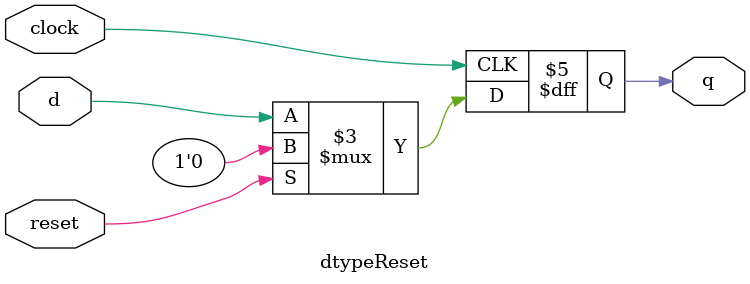
<source format=v>
`timescale 1ns / 1ps


// Listing 4.2
module dtypeReset
   (
    input wire clock, reset,
    input wire d,
    output reg q
   );

   // body
   always @(negedge clock)
      if (reset)
         q <= 1'b0;
      else
         q <= d;

endmodule

</source>
